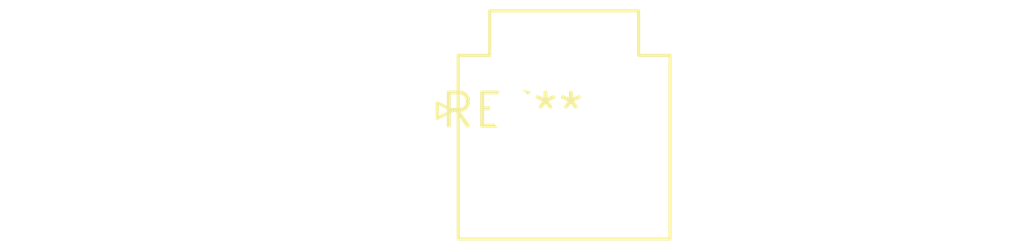
<source format=kicad_pcb>
(kicad_pcb (version 20240108) (generator pcbnew)
  (layers (0 "F.Cu" signal) (31 "B.Cu" signal) (34 "B.Paste" user) (35 "F.Paste" user) (36 "B.SilkS" user "B.Silkscreen") (37 "F.SilkS" user "F.Silkscreen") (38 "B.Mask" user) (39 "F.Mask" user) (44 "Edge.Cuts" user))
  (net 0 "")
  (footprint "JST_VH_B2P-VH_1x02_P3.96mm_Vertical" (layer "F.Cu") (at 0 0)
    (property "Reference" "REF**")
    (property "Value" "JST_VH_B2P-VH_1x02_P3.96mm_Vertical")
    (fp_line (start -2.86 -0.3) (end -2.26 0) (layer "F.SilkS") (stroke (width 0.12)))
    (fp_line (start -2.86 0.3) (end -2.86 -0.3) (layer "F.SilkS") (stroke (width 0.12)))
    (fp_line (start -2.26 0) (end -2.86 0.3) (layer "F.SilkS") (stroke (width 0.12)))
    (fp_line (start -2.06 -2.11) (end -0.86 -2.11) (layer "F.SilkS") (stroke (width 0.12)))
    (fp_line (start -2.06 4.91) (end -2.06 -2.11) (layer "F.SilkS") (stroke (width 0.12)))
    (fp_line (start -0.86 -3.81) (end 4.82 -3.81) (layer "F.SilkS") (stroke (width 0.12)))
    (fp_line (start -0.86 -2.11) (end -0.86 -3.81) (layer "F.SilkS") (stroke (width 0.12)))
    (fp_line (start 4.82 -3.81) (end 4.82 -2.11) (layer "F.SilkS") (stroke (width 0.12)))
    (fp_line (start 4.82 -2.11) (end 6.02 -2.11) (layer "F.SilkS") (stroke (width 0.12)))
    (fp_line (start 6.02 -2.11) (end 6.02 4.91) (layer "F.SilkS") (stroke (width 0.12)))
    (fp_line (start 6.02 4.91) (end -2.06 4.91) (layer "F.SilkS") (stroke (width 0.12)))
    (pad "1" thru_hole roundrect (at 0 0) (size 2.7 2.7) (drill 1.7) (layers *.Cu *.Mask) (remove_unused_layers) (roundrect_rratio 0.092593))
    (pad "2" thru_hole circle (at 3.96 0) (size 2.7 2.7) (drill 1.7) (layers *.Cu *.Mask) (remove_unused_layers))
  )
)
</source>
